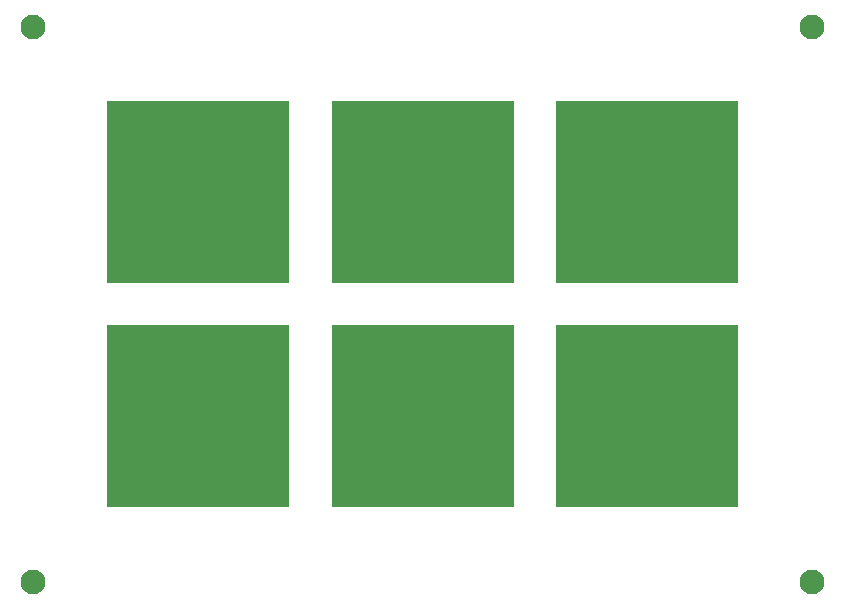
<source format=gbr>
%TF.GenerationSoftware,Altium Limited,Altium Designer,20.1.12 (249)*%
G04 Layer_Physical_Order=2*
G04 Layer_Color=16711680*
%FSLAX26Y26*%
%MOIN*%
%TF.SameCoordinates,71B6AE89-9338-4103-9D56-E4713A122201*%
%TF.FilePolarity,Positive*%
%TF.FileFunction,Copper,L2,Bot,Signal*%
%TF.Part,Single*%
G01*
G75*
%TA.AperFunction,ViaPad*%
%ADD10R,0.610236X0.610236*%
%ADD11C,0.082677*%
D10*
X708661Y1459055D02*
D03*
X2207087D02*
D03*
X708661Y709842D02*
D03*
X2207087D02*
D03*
X1457874Y1459055D02*
D03*
Y709842D02*
D03*
D11*
X2755905Y157480D02*
D03*
Y2007874D02*
D03*
X157480Y157480D02*
D03*
Y2007874D02*
D03*
%TF.MD5,0747b263553fe5e6d8fdcf222e06d3d5*%
M02*

</source>
